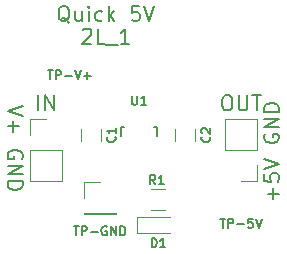
<source format=gbr>
G04 #@! TF.FileFunction,Legend,Top*
%FSLAX46Y46*%
G04 Gerber Fmt 4.6, Leading zero omitted, Abs format (unit mm)*
G04 Created by KiCad (PCBNEW 4.0.2-4+6225~38~ubuntu14.04.1-stable) date Thu 30 Mar 2017 05:43:38 PM CEST*
%MOMM*%
G01*
G04 APERTURE LIST*
%ADD10C,0.100000*%
%ADD11C,0.127000*%
%ADD12C,0.120000*%
%ADD13C,0.150000*%
G04 APERTURE END LIST*
D10*
D11*
X186436001Y-52263524D02*
X186677905Y-52263524D01*
X186798858Y-52324000D01*
X186919810Y-52444952D01*
X186980286Y-52686857D01*
X186980286Y-53110190D01*
X186919810Y-53352095D01*
X186798858Y-53473048D01*
X186677905Y-53533524D01*
X186436001Y-53533524D01*
X186315048Y-53473048D01*
X186194096Y-53352095D01*
X186133620Y-53110190D01*
X186133620Y-52686857D01*
X186194096Y-52444952D01*
X186315048Y-52324000D01*
X186436001Y-52263524D01*
X187524572Y-52263524D02*
X187524572Y-53291619D01*
X187585048Y-53412571D01*
X187645524Y-53473048D01*
X187766477Y-53533524D01*
X188008381Y-53533524D01*
X188129334Y-53473048D01*
X188189810Y-53412571D01*
X188250286Y-53291619D01*
X188250286Y-52263524D01*
X188673619Y-52263524D02*
X189399334Y-52263524D01*
X189036477Y-53533524D02*
X189036477Y-52263524D01*
X170530762Y-53533524D02*
X170530762Y-52263524D01*
X171135524Y-53533524D02*
X171135524Y-52263524D01*
X171861238Y-53533524D01*
X171861238Y-52263524D01*
X173191715Y-46097976D02*
X173070762Y-46037500D01*
X172949810Y-45916548D01*
X172768381Y-45735119D01*
X172647429Y-45674643D01*
X172526477Y-45674643D01*
X172586953Y-45977024D02*
X172466000Y-45916548D01*
X172345048Y-45795595D01*
X172284572Y-45553690D01*
X172284572Y-45130357D01*
X172345048Y-44888452D01*
X172466000Y-44767500D01*
X172586953Y-44707024D01*
X172828857Y-44707024D01*
X172949810Y-44767500D01*
X173070762Y-44888452D01*
X173131238Y-45130357D01*
X173131238Y-45553690D01*
X173070762Y-45795595D01*
X172949810Y-45916548D01*
X172828857Y-45977024D01*
X172586953Y-45977024D01*
X174219810Y-45130357D02*
X174219810Y-45977024D01*
X173675524Y-45130357D02*
X173675524Y-45795595D01*
X173736000Y-45916548D01*
X173856953Y-45977024D01*
X174038381Y-45977024D01*
X174159333Y-45916548D01*
X174219810Y-45856071D01*
X174824572Y-45977024D02*
X174824572Y-45130357D01*
X174824572Y-44707024D02*
X174764096Y-44767500D01*
X174824572Y-44827976D01*
X174885048Y-44767500D01*
X174824572Y-44707024D01*
X174824572Y-44827976D01*
X175973620Y-45916548D02*
X175852667Y-45977024D01*
X175610763Y-45977024D01*
X175489810Y-45916548D01*
X175429334Y-45856071D01*
X175368858Y-45735119D01*
X175368858Y-45372262D01*
X175429334Y-45251310D01*
X175489810Y-45190833D01*
X175610763Y-45130357D01*
X175852667Y-45130357D01*
X175973620Y-45190833D01*
X176517905Y-45977024D02*
X176517905Y-44707024D01*
X176638857Y-45493214D02*
X177001714Y-45977024D01*
X177001714Y-45130357D02*
X176517905Y-45614167D01*
X179118381Y-44707024D02*
X178513619Y-44707024D01*
X178453143Y-45311786D01*
X178513619Y-45251310D01*
X178634571Y-45190833D01*
X178936952Y-45190833D01*
X179057905Y-45251310D01*
X179118381Y-45311786D01*
X179178857Y-45432738D01*
X179178857Y-45735119D01*
X179118381Y-45856071D01*
X179057905Y-45916548D01*
X178936952Y-45977024D01*
X178634571Y-45977024D01*
X178513619Y-45916548D01*
X178453143Y-45856071D01*
X179541714Y-44707024D02*
X179965048Y-45977024D01*
X180388381Y-44707024D01*
X174310524Y-46732976D02*
X174371000Y-46672500D01*
X174491952Y-46612024D01*
X174794333Y-46612024D01*
X174915286Y-46672500D01*
X174975762Y-46732976D01*
X175036238Y-46853929D01*
X175036238Y-46974881D01*
X174975762Y-47156310D01*
X174250048Y-47882024D01*
X175036238Y-47882024D01*
X176185286Y-47882024D02*
X175580524Y-47882024D01*
X175580524Y-46612024D01*
X176306238Y-48002976D02*
X177273857Y-48002976D01*
X178241476Y-47882024D02*
X177515762Y-47882024D01*
X177878619Y-47882024D02*
X177878619Y-46612024D01*
X177757667Y-46793452D01*
X177636714Y-46914405D01*
X177515762Y-46974881D01*
X171359285Y-50128714D02*
X171794714Y-50128714D01*
X171577000Y-50890714D02*
X171577000Y-50128714D01*
X172048714Y-50890714D02*
X172048714Y-50128714D01*
X172338999Y-50128714D01*
X172411571Y-50165000D01*
X172447856Y-50201286D01*
X172484142Y-50273857D01*
X172484142Y-50382714D01*
X172447856Y-50455286D01*
X172411571Y-50491571D01*
X172338999Y-50527857D01*
X172048714Y-50527857D01*
X172810714Y-50600429D02*
X173391285Y-50600429D01*
X173645285Y-50128714D02*
X173899285Y-50890714D01*
X174153285Y-50128714D01*
X174407286Y-50600429D02*
X174987857Y-50600429D01*
X174697571Y-50890714D02*
X174697571Y-50310143D01*
X185946143Y-62701714D02*
X186381572Y-62701714D01*
X186163858Y-63463714D02*
X186163858Y-62701714D01*
X186635572Y-63463714D02*
X186635572Y-62701714D01*
X186925857Y-62701714D01*
X186998429Y-62738000D01*
X187034714Y-62774286D01*
X187071000Y-62846857D01*
X187071000Y-62955714D01*
X187034714Y-63028286D01*
X186998429Y-63064571D01*
X186925857Y-63100857D01*
X186635572Y-63100857D01*
X187397572Y-63173429D02*
X187978143Y-63173429D01*
X188703858Y-62701714D02*
X188341001Y-62701714D01*
X188304715Y-63064571D01*
X188341001Y-63028286D01*
X188413572Y-62992000D01*
X188595001Y-62992000D01*
X188667572Y-63028286D01*
X188703858Y-63064571D01*
X188740143Y-63137143D01*
X188740143Y-63318571D01*
X188703858Y-63391143D01*
X188667572Y-63427429D01*
X188595001Y-63463714D01*
X188413572Y-63463714D01*
X188341001Y-63427429D01*
X188304715Y-63391143D01*
X188957857Y-62701714D02*
X189211857Y-63463714D01*
X189465857Y-62701714D01*
X173536428Y-63336714D02*
X173971857Y-63336714D01*
X173754143Y-64098714D02*
X173754143Y-63336714D01*
X174225857Y-64098714D02*
X174225857Y-63336714D01*
X174516142Y-63336714D01*
X174588714Y-63373000D01*
X174624999Y-63409286D01*
X174661285Y-63481857D01*
X174661285Y-63590714D01*
X174624999Y-63663286D01*
X174588714Y-63699571D01*
X174516142Y-63735857D01*
X174225857Y-63735857D01*
X174987857Y-63808429D02*
X175568428Y-63808429D01*
X176330428Y-63373000D02*
X176257857Y-63336714D01*
X176149000Y-63336714D01*
X176040143Y-63373000D01*
X175967571Y-63445571D01*
X175931286Y-63518143D01*
X175895000Y-63663286D01*
X175895000Y-63772143D01*
X175931286Y-63917286D01*
X175967571Y-63989857D01*
X176040143Y-64062429D01*
X176149000Y-64098714D01*
X176221571Y-64098714D01*
X176330428Y-64062429D01*
X176366714Y-64026143D01*
X176366714Y-63772143D01*
X176221571Y-63772143D01*
X176693286Y-64098714D02*
X176693286Y-63336714D01*
X177128714Y-64098714D01*
X177128714Y-63336714D01*
X177491572Y-64098714D02*
X177491572Y-63336714D01*
X177673000Y-63336714D01*
X177781857Y-63373000D01*
X177854429Y-63445571D01*
X177890714Y-63518143D01*
X177927000Y-63663286D01*
X177927000Y-63772143D01*
X177890714Y-63917286D01*
X177854429Y-63989857D01*
X177781857Y-64062429D01*
X177673000Y-64098714D01*
X177491572Y-64098714D01*
X190463714Y-61074904D02*
X190463714Y-60107285D01*
X190947524Y-60591095D02*
X189979905Y-60591095D01*
X189677524Y-58897761D02*
X189677524Y-59502523D01*
X190282286Y-59562999D01*
X190221810Y-59502523D01*
X190161333Y-59381571D01*
X190161333Y-59079190D01*
X190221810Y-58958237D01*
X190282286Y-58897761D01*
X190403238Y-58837285D01*
X190705619Y-58837285D01*
X190826571Y-58897761D01*
X190887048Y-58958237D01*
X190947524Y-59079190D01*
X190947524Y-59381571D01*
X190887048Y-59502523D01*
X190826571Y-59562999D01*
X189677524Y-58474428D02*
X190947524Y-58051094D01*
X189677524Y-57627761D01*
X189738000Y-55571571D02*
X189677524Y-55692523D01*
X189677524Y-55873952D01*
X189738000Y-56055380D01*
X189858952Y-56176333D01*
X189979905Y-56236809D01*
X190221810Y-56297285D01*
X190403238Y-56297285D01*
X190645143Y-56236809D01*
X190766095Y-56176333D01*
X190887048Y-56055380D01*
X190947524Y-55873952D01*
X190947524Y-55753000D01*
X190887048Y-55571571D01*
X190826571Y-55511095D01*
X190403238Y-55511095D01*
X190403238Y-55753000D01*
X190947524Y-54966809D02*
X189677524Y-54966809D01*
X190947524Y-54241095D01*
X189677524Y-54241095D01*
X190947524Y-53636333D02*
X189677524Y-53636333D01*
X189677524Y-53333952D01*
X189738000Y-53152524D01*
X189858952Y-53031571D01*
X189979905Y-52971095D01*
X190221810Y-52910619D01*
X190403238Y-52910619D01*
X190645143Y-52971095D01*
X190766095Y-53031571D01*
X190887048Y-53152524D01*
X190947524Y-53333952D01*
X190947524Y-53636333D01*
X169224476Y-53140429D02*
X167954476Y-53563763D01*
X169224476Y-53987096D01*
X168438286Y-54410429D02*
X168438286Y-55378048D01*
X167954476Y-54894238D02*
X168922095Y-54894238D01*
X169164000Y-57615667D02*
X169224476Y-57494715D01*
X169224476Y-57313286D01*
X169164000Y-57131858D01*
X169043048Y-57010905D01*
X168922095Y-56950429D01*
X168680190Y-56889953D01*
X168498762Y-56889953D01*
X168256857Y-56950429D01*
X168135905Y-57010905D01*
X168014952Y-57131858D01*
X167954476Y-57313286D01*
X167954476Y-57434238D01*
X168014952Y-57615667D01*
X168075429Y-57676143D01*
X168498762Y-57676143D01*
X168498762Y-57434238D01*
X167954476Y-58220429D02*
X169224476Y-58220429D01*
X167954476Y-58946143D01*
X169224476Y-58946143D01*
X167954476Y-59550905D02*
X169224476Y-59550905D01*
X169224476Y-59853286D01*
X169164000Y-60034714D01*
X169043048Y-60155667D01*
X168922095Y-60216143D01*
X168680190Y-60276619D01*
X168498762Y-60276619D01*
X168256857Y-60216143D01*
X168135905Y-60155667D01*
X168014952Y-60034714D01*
X167954476Y-59853286D01*
X167954476Y-59550905D01*
D12*
X175856000Y-56126000D02*
X175856000Y-55126000D01*
X174156000Y-55126000D02*
X174156000Y-56126000D01*
X182157000Y-55126000D02*
X182157000Y-56126000D01*
X183857000Y-56126000D02*
X183857000Y-55126000D01*
X178921000Y-62546000D02*
X178921000Y-63946000D01*
X178921000Y-63946000D02*
X181721000Y-63946000D01*
X178921000Y-62546000D02*
X181721000Y-62546000D01*
X169866000Y-56896000D02*
X169866000Y-59496000D01*
X169866000Y-59496000D02*
X172526000Y-59496000D01*
X172526000Y-59496000D02*
X172526000Y-56896000D01*
X172526000Y-56896000D02*
X169866000Y-56896000D01*
X169866000Y-55626000D02*
X169866000Y-54296000D01*
X169866000Y-54296000D02*
X171196000Y-54296000D01*
X189036000Y-56896000D02*
X189036000Y-54296000D01*
X189036000Y-54296000D02*
X186376000Y-54296000D01*
X186376000Y-54296000D02*
X186376000Y-56896000D01*
X186376000Y-56896000D02*
X189036000Y-56896000D01*
X189036000Y-58166000D02*
X189036000Y-59496000D01*
X189036000Y-59496000D02*
X187706000Y-59496000D01*
X181321000Y-61967000D02*
X180121000Y-61967000D01*
X180121000Y-60207000D02*
X181321000Y-60207000D01*
D13*
X177570180Y-55676800D02*
X177570180Y-54975760D01*
X177570180Y-54975760D02*
X177819100Y-54975760D01*
X180369160Y-54975760D02*
X180569820Y-54975760D01*
X180569820Y-54975760D02*
X180569820Y-55676800D01*
D12*
X174438000Y-62230000D02*
X174438000Y-62290000D01*
X174438000Y-62290000D02*
X177098000Y-62290000D01*
X177098000Y-62290000D02*
X177098000Y-62230000D01*
X177098000Y-62230000D02*
X174438000Y-62230000D01*
X174438000Y-60960000D02*
X174438000Y-59630000D01*
X174438000Y-59630000D02*
X175768000Y-59630000D01*
D11*
X177028143Y-55753000D02*
X177064429Y-55789286D01*
X177100714Y-55898143D01*
X177100714Y-55970714D01*
X177064429Y-56079571D01*
X176991857Y-56152143D01*
X176919286Y-56188428D01*
X176774143Y-56224714D01*
X176665286Y-56224714D01*
X176520143Y-56188428D01*
X176447571Y-56152143D01*
X176375000Y-56079571D01*
X176338714Y-55970714D01*
X176338714Y-55898143D01*
X176375000Y-55789286D01*
X176411286Y-55753000D01*
X177100714Y-55027286D02*
X177100714Y-55462714D01*
X177100714Y-55245000D02*
X176338714Y-55245000D01*
X176447571Y-55317571D01*
X176520143Y-55390143D01*
X176556429Y-55462714D01*
X185057143Y-55753000D02*
X185093429Y-55789286D01*
X185129714Y-55898143D01*
X185129714Y-55970714D01*
X185093429Y-56079571D01*
X185020857Y-56152143D01*
X184948286Y-56188428D01*
X184803143Y-56224714D01*
X184694286Y-56224714D01*
X184549143Y-56188428D01*
X184476571Y-56152143D01*
X184404000Y-56079571D01*
X184367714Y-55970714D01*
X184367714Y-55898143D01*
X184404000Y-55789286D01*
X184440286Y-55753000D01*
X184440286Y-55462714D02*
X184404000Y-55426428D01*
X184367714Y-55353857D01*
X184367714Y-55172428D01*
X184404000Y-55099857D01*
X184440286Y-55063571D01*
X184512857Y-55027286D01*
X184585429Y-55027286D01*
X184694286Y-55063571D01*
X185129714Y-55499000D01*
X185129714Y-55027286D01*
X180158572Y-65114714D02*
X180158572Y-64352714D01*
X180340000Y-64352714D01*
X180448857Y-64389000D01*
X180521429Y-64461571D01*
X180557714Y-64534143D01*
X180594000Y-64679286D01*
X180594000Y-64788143D01*
X180557714Y-64933286D01*
X180521429Y-65005857D01*
X180448857Y-65078429D01*
X180340000Y-65114714D01*
X180158572Y-65114714D01*
X181319714Y-65114714D02*
X180884286Y-65114714D01*
X181102000Y-65114714D02*
X181102000Y-64352714D01*
X181029429Y-64461571D01*
X180956857Y-64534143D01*
X180884286Y-64570429D01*
X180467000Y-59780714D02*
X180213000Y-59417857D01*
X180031572Y-59780714D02*
X180031572Y-59018714D01*
X180321857Y-59018714D01*
X180394429Y-59055000D01*
X180430714Y-59091286D01*
X180467000Y-59163857D01*
X180467000Y-59272714D01*
X180430714Y-59345286D01*
X180394429Y-59381571D01*
X180321857Y-59417857D01*
X180031572Y-59417857D01*
X181192714Y-59780714D02*
X180757286Y-59780714D01*
X180975000Y-59780714D02*
X180975000Y-59018714D01*
X180902429Y-59127571D01*
X180829857Y-59200143D01*
X180757286Y-59236429D01*
X178489429Y-52287714D02*
X178489429Y-52904571D01*
X178525714Y-52977143D01*
X178562000Y-53013429D01*
X178634571Y-53049714D01*
X178779714Y-53049714D01*
X178852286Y-53013429D01*
X178888571Y-52977143D01*
X178924857Y-52904571D01*
X178924857Y-52287714D01*
X179686857Y-53049714D02*
X179251429Y-53049714D01*
X179469143Y-53049714D02*
X179469143Y-52287714D01*
X179396572Y-52396571D01*
X179324000Y-52469143D01*
X179251429Y-52505429D01*
M02*

</source>
